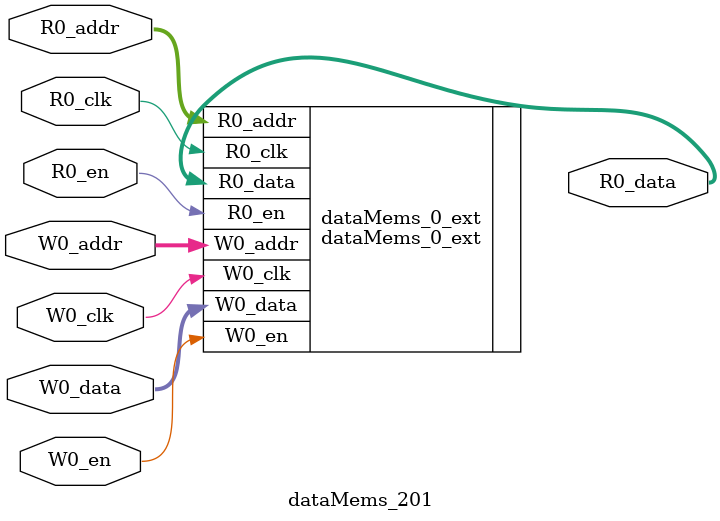
<source format=sv>
`ifndef RANDOMIZE
  `ifdef RANDOMIZE_REG_INIT
    `define RANDOMIZE
  `endif // RANDOMIZE_REG_INIT
`endif // not def RANDOMIZE
`ifndef RANDOMIZE
  `ifdef RANDOMIZE_MEM_INIT
    `define RANDOMIZE
  `endif // RANDOMIZE_MEM_INIT
`endif // not def RANDOMIZE

`ifndef RANDOM
  `define RANDOM $random
`endif // not def RANDOM

// Users can define 'PRINTF_COND' to add an extra gate to prints.
`ifndef PRINTF_COND_
  `ifdef PRINTF_COND
    `define PRINTF_COND_ (`PRINTF_COND)
  `else  // PRINTF_COND
    `define PRINTF_COND_ 1
  `endif // PRINTF_COND
`endif // not def PRINTF_COND_

// Users can define 'ASSERT_VERBOSE_COND' to add an extra gate to assert error printing.
`ifndef ASSERT_VERBOSE_COND_
  `ifdef ASSERT_VERBOSE_COND
    `define ASSERT_VERBOSE_COND_ (`ASSERT_VERBOSE_COND)
  `else  // ASSERT_VERBOSE_COND
    `define ASSERT_VERBOSE_COND_ 1
  `endif // ASSERT_VERBOSE_COND
`endif // not def ASSERT_VERBOSE_COND_

// Users can define 'STOP_COND' to add an extra gate to stop conditions.
`ifndef STOP_COND_
  `ifdef STOP_COND
    `define STOP_COND_ (`STOP_COND)
  `else  // STOP_COND
    `define STOP_COND_ 1
  `endif // STOP_COND
`endif // not def STOP_COND_

// Users can define INIT_RANDOM as general code that gets injected into the
// initializer block for modules with registers.
`ifndef INIT_RANDOM
  `define INIT_RANDOM
`endif // not def INIT_RANDOM

// If using random initialization, you can also define RANDOMIZE_DELAY to
// customize the delay used, otherwise 0.002 is used.
`ifndef RANDOMIZE_DELAY
  `define RANDOMIZE_DELAY 0.002
`endif // not def RANDOMIZE_DELAY

// Define INIT_RANDOM_PROLOG_ for use in our modules below.
`ifndef INIT_RANDOM_PROLOG_
  `ifdef RANDOMIZE
    `ifdef VERILATOR
      `define INIT_RANDOM_PROLOG_ `INIT_RANDOM
    `else  // VERILATOR
      `define INIT_RANDOM_PROLOG_ `INIT_RANDOM #`RANDOMIZE_DELAY begin end
    `endif // VERILATOR
  `else  // RANDOMIZE
    `define INIT_RANDOM_PROLOG_
  `endif // RANDOMIZE
`endif // not def INIT_RANDOM_PROLOG_

// Include register initializers in init blocks unless synthesis is set
`ifndef SYNTHESIS
  `ifndef ENABLE_INITIAL_REG_
    `define ENABLE_INITIAL_REG_
  `endif // not def ENABLE_INITIAL_REG_
`endif // not def SYNTHESIS

// Include rmemory initializers in init blocks unless synthesis is set
`ifndef SYNTHESIS
  `ifndef ENABLE_INITIAL_MEM_
    `define ENABLE_INITIAL_MEM_
  `endif // not def ENABLE_INITIAL_MEM_
`endif // not def SYNTHESIS

module dataMems_201(	// @[generators/ara/src/main/scala/UnsafeAXI4ToTL.scala:365:62]
  input  [4:0]  R0_addr,
  input         R0_en,
  input         R0_clk,
  output [66:0] R0_data,
  input  [4:0]  W0_addr,
  input         W0_en,
  input         W0_clk,
  input  [66:0] W0_data
);

  dataMems_0_ext dataMems_0_ext (	// @[generators/ara/src/main/scala/UnsafeAXI4ToTL.scala:365:62]
    .R0_addr (R0_addr),
    .R0_en   (R0_en),
    .R0_clk  (R0_clk),
    .R0_data (R0_data),
    .W0_addr (W0_addr),
    .W0_en   (W0_en),
    .W0_clk  (W0_clk),
    .W0_data (W0_data)
  );
endmodule


</source>
